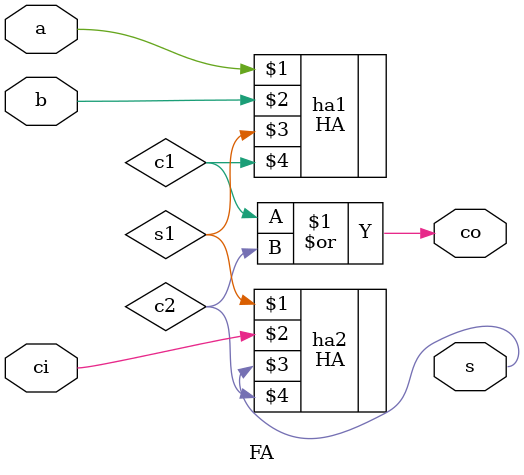
<source format=v>
`timescale 1ns / 1ps
module FA(a,b,ci,s,co);

input a,b,ci;
output s,co;
wire s1,c1,c2;

HA ha1(a,b,s1,c1);
HA ha2(s1,ci,s,c2);
or(co,c1,c2);

endmodule

</source>
